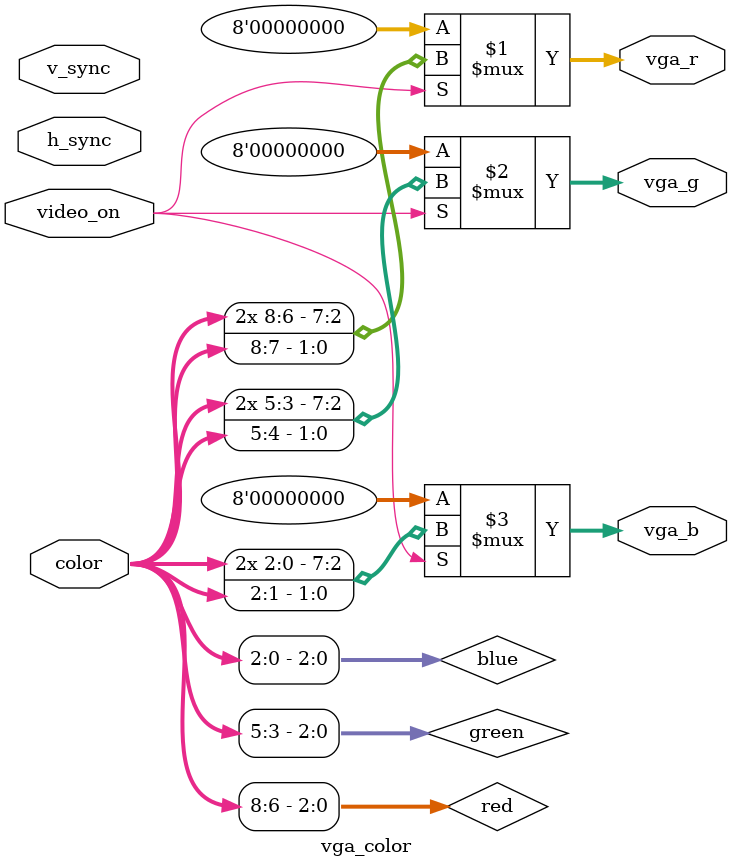
<source format=v>
module vga_color(
    input wire [8:0] color,     // Couleur en format RGB (3 bits pour chaque canal)
    input wire h_sync,          // Signal de synchronisation horizontal
    input wire v_sync,          // Signal de synchronisation vertical
    input wire video_on,        // Signal indiquant si on est dans la zone visible
    output wire [7:0] vga_r,    // Sortie Rouge (8 bits pour compatibilité VGA standard)
    output wire [7:0] vga_g,    // Sortie Vert (8 bits pour compatibilité VGA standard)
    output wire [7:0] vga_b     // Sortie Bleu (8 bits pour compatibilité VGA standard)
);

    // Extraction des bits pour chaque canal couleur
    wire [2:0] red = color[8:6];   // 3 bits pour rouge
    wire [2:0] green = color[5:3]; // 3 bits pour vert
    wire [2:0] blue = color[2:0];  // 3 bits pour bleu

    // Expansion des 3 bits à 8 bits pour l'affichage VGA (simple extension)
    assign vga_r = (video_on) ? {red, red[2:0], red[2:1]} : 8'b0;
    assign vga_g = (video_on) ? {green, green[2:0], green[2:1]} : 8'b0;
    assign vga_b = (video_on) ? {blue, blue[2:0], blue[2:1]} : 8'b0;

endmodule

</source>
